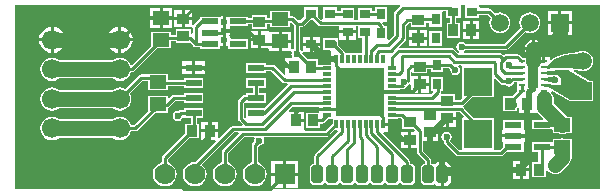
<source format=gtl>
G04 Layer_Physical_Order=1*
G04 Layer_Color=255*
%FSLAX25Y25*%
%MOIN*%
G70*
G01*
G75*
%ADD10R,0.09449X0.09449*%
%ADD11R,0.03150X0.03799*%
%ADD12R,0.03937X0.03543*%
%ADD13R,0.05709X0.02165*%
%ADD14R,0.03543X0.03150*%
%ADD15R,0.03799X0.03150*%
%ADD16R,0.03543X0.03937*%
%ADD17R,0.05512X0.02362*%
%ADD18R,0.05512X0.04528*%
%ADD19R,0.01969X0.00984*%
%ADD20R,0.03543X0.07874*%
%ADD21R,0.16142X0.16142*%
%ADD22R,0.01181X0.02953*%
%ADD23R,0.02953X0.01181*%
%ADD24C,0.01000*%
%ADD25C,0.02000*%
%ADD26C,0.05000*%
%ADD27C,0.01180*%
%ADD28C,0.07000*%
%ADD29R,0.07000X0.07000*%
%ADD30C,0.06693*%
G04:AMPARAMS|DCode=31|XSize=40mil|YSize=60mil|CornerRadius=10mil|HoleSize=0mil|Usage=FLASHONLY|Rotation=180.000|XOffset=0mil|YOffset=0mil|HoleType=Round|Shape=RoundedRectangle|*
%AMROUNDEDRECTD31*
21,1,0.04000,0.04000,0,0,180.0*
21,1,0.02000,0.06000,0,0,180.0*
1,1,0.02000,-0.01000,0.02000*
1,1,0.02000,0.01000,0.02000*
1,1,0.02000,0.01000,-0.02000*
1,1,0.02000,-0.01000,-0.02000*
%
%ADD31ROUNDEDRECTD31*%
%ADD32R,0.05906X0.05906*%
%ADD33C,0.05906*%
%ADD34R,0.05906X0.05906*%
%ADD35C,0.02362*%
%ADD36C,0.03937*%
G36*
X300100Y265100D02*
X300200Y263000D01*
Y262800D01*
X297200Y263700D01*
Y264700D01*
X300000Y265059D01*
X300098Y265158D01*
X300100Y265100D01*
D02*
G37*
G36*
X309100Y267600D02*
X303445Y268012D01*
X299508Y267815D01*
X297400Y267650D01*
X297380Y268640D01*
X300250Y270900D01*
X303450Y272160D01*
X309100Y273000D01*
Y267600D01*
D02*
G37*
G36*
X269176Y268586D02*
Y258137D01*
X269176Y258137D01*
X269176D01*
X269103Y257645D01*
X268541Y257083D01*
X266669D01*
Y259319D01*
X262449D01*
X262137Y259693D01*
X262278Y260151D01*
X262775D01*
Y264950D01*
X258625D01*
Y260151D01*
X259296D01*
X259487Y259689D01*
X258849Y259051D01*
X248402D01*
Y259500D01*
X245925D01*
Y260500D01*
X248402D01*
Y260949D01*
X249468D01*
X249859Y261027D01*
X250189Y261247D01*
X250341Y261474D01*
X250556Y261516D01*
X251112Y261888D01*
X251484Y262444D01*
X251614Y262495D01*
X251632Y262499D01*
X252132Y262103D01*
Y259676D01*
X254600D01*
Y262447D01*
Y265219D01*
X252514D01*
X252132Y265219D01*
X252014Y265670D01*
Y266491D01*
X252132Y266572D01*
X252631Y266308D01*
Y266081D01*
X257569D01*
Y267480D01*
X258625D01*
Y266450D01*
X262775D01*
Y267830D01*
X264628D01*
X265214Y267244D01*
X265186Y267100D01*
X265316Y266444D01*
X265688Y265888D01*
X266244Y265516D01*
X266900Y265386D01*
X267556Y265516D01*
X268112Y265888D01*
X268484Y266444D01*
X268614Y267100D01*
X268484Y267756D01*
X268112Y268312D01*
X267860Y268480D01*
X268012Y268980D01*
X268921D01*
X269176Y268586D01*
D02*
G37*
G36*
X221598Y254594D02*
X224075D01*
Y253594D01*
X221598D01*
Y252869D01*
X217281D01*
Y247932D01*
X221824D01*
Y249380D01*
X222349D01*
X222739Y249458D01*
X223070Y249679D01*
X224426Y251035D01*
X225929D01*
Y250929D01*
X226035D01*
Y249426D01*
X223629Y247020D01*
X216632D01*
X216419Y247431D01*
X216419Y247520D01*
Y249900D01*
X213647D01*
Y250400D01*
X213147D01*
Y253368D01*
X211518D01*
X211310Y253869D01*
X212485Y255043D01*
X221598D01*
Y254594D01*
D02*
G37*
G36*
X304429Y267224D02*
X305400Y266600D01*
X311700Y263000D01*
X309400Y262600D01*
X309100D01*
Y257600D01*
Y257300D01*
X305260Y257280D01*
X297342Y261811D01*
Y262697D01*
X298130D01*
X299400Y262300D01*
X302100D01*
Y264200D01*
X301700Y265000D01*
X301000Y265600D01*
X300300Y265700D01*
X297400Y265690D01*
X297372Y266633D01*
X297146Y266634D01*
X297520Y266900D01*
X302461Y267323D01*
X304429Y267224D01*
D02*
G37*
G36*
X315000Y227500D02*
X120000D01*
Y289000D01*
X248396D01*
X248553Y288590D01*
X248558Y288500D01*
X246779Y286721D01*
X246558Y286390D01*
X246480Y286000D01*
Y278922D01*
X244775Y277217D01*
X244275Y277424D01*
Y281850D01*
X243210D01*
X243142Y282190D01*
X242921Y282521D01*
X242554Y282888D01*
X242745Y283350D01*
X244275D01*
Y288149D01*
X240125D01*
Y286872D01*
X238972D01*
Y287928D01*
X234428D01*
Y283870D01*
X233272D01*
Y287928D01*
X228728D01*
Y287020D01*
X227549D01*
Y288075D01*
X222750D01*
Y284249D01*
X222250Y284042D01*
X221250Y285042D01*
Y288075D01*
X216451D01*
Y284942D01*
X215228Y283720D01*
X214422D01*
X213181Y284961D01*
X212850Y285182D01*
X212460Y285260D01*
X211756D01*
Y287004D01*
X205244D01*
Y284460D01*
X204068D01*
Y285524D01*
X199132D01*
Y284460D01*
X197879D01*
Y285023D01*
X191170D01*
X191170Y285023D01*
Y285023D01*
X190779Y285269D01*
X190651Y285355D01*
X190300Y285424D01*
Y283300D01*
X189300D01*
Y285424D01*
X188949Y285355D01*
X188821Y285269D01*
X188430Y285023D01*
Y285023D01*
X188430Y285023D01*
X181721D01*
Y284229D01*
X181619Y284161D01*
X179668Y282210D01*
X179464Y282239D01*
X179168Y282387D01*
Y283853D01*
X176700D01*
Y281581D01*
X178839D01*
X179206Y281474D01*
X179321Y281144D01*
X179321Y281144D01*
Y279519D01*
X178821Y279236D01*
X178668Y279327D01*
Y280719D01*
X173732D01*
Y278979D01*
X172056D01*
Y279924D01*
X165544D01*
Y275346D01*
X159029Y268831D01*
X158539Y268929D01*
X158360Y269361D01*
X157743Y270165D01*
X156940Y270781D01*
X156004Y271169D01*
X155000Y271301D01*
X153996Y271169D01*
X153060Y270781D01*
X152625Y270447D01*
X134875D01*
X134440Y270781D01*
X133504Y271169D01*
X132500Y271301D01*
X131496Y271169D01*
X130560Y270781D01*
X129757Y270165D01*
X129140Y269361D01*
X128753Y268425D01*
X128620Y267421D01*
X128753Y266417D01*
X129140Y265481D01*
X129757Y264678D01*
X130560Y264061D01*
X131496Y263674D01*
X132500Y263542D01*
X133504Y263674D01*
X134440Y264061D01*
X134875Y264395D01*
X152625D01*
X153060Y264061D01*
X153996Y263674D01*
X155000Y263542D01*
X156004Y263674D01*
X156940Y264061D01*
X157743Y264678D01*
X158360Y265481D01*
X158741Y266402D01*
X159061D01*
X159452Y266479D01*
X159782Y266700D01*
X167478Y274396D01*
X172056D01*
Y276940D01*
X173732D01*
Y276176D01*
X178668D01*
X178668Y276176D01*
Y276176D01*
X179010Y275848D01*
X179619Y275239D01*
X179950Y275018D01*
X180340Y274940D01*
X181721D01*
Y274377D01*
X188430D01*
Y275062D01*
X188871Y275298D01*
X188949Y275245D01*
X189300Y275176D01*
Y277300D01*
X190300D01*
Y275176D01*
X190651Y275245D01*
X190729Y275298D01*
X191170Y275062D01*
Y274377D01*
X197879D01*
Y277542D01*
X191976D01*
X191855Y278151D01*
X191454Y278750D01*
X191855Y279349D01*
X191924Y279700D01*
X189800D01*
Y280700D01*
X191924D01*
X191855Y281051D01*
X191650Y281358D01*
X191917Y281857D01*
X197879D01*
Y282421D01*
X199132D01*
Y280981D01*
X204068D01*
Y282421D01*
X205244D01*
Y281476D01*
X211756D01*
Y282795D01*
X212256Y283002D01*
X212980Y282278D01*
Y274237D01*
X212756Y274068D01*
X212256Y274318D01*
Y276260D01*
X209000D01*
Y273496D01*
X211981D01*
X211981Y273496D01*
X212362Y273040D01*
X212286Y272660D01*
X212416Y272004D01*
X212574Y271768D01*
X212306Y271269D01*
X210276D01*
Y268800D01*
X213047D01*
Y267800D01*
X210276D01*
Y265810D01*
X209776Y265603D01*
X206658Y268721D01*
X206327Y268942D01*
X205937Y269020D01*
X203789D01*
Y269681D01*
X197277D01*
Y266319D01*
X203789D01*
Y266980D01*
X205515D01*
X209279Y263216D01*
X209610Y262995D01*
X210000Y262917D01*
X210768D01*
X210976Y262417D01*
X203239Y254681D01*
X197277D01*
Y251372D01*
X196886Y251056D01*
X196520Y251422D01*
Y256139D01*
X196784Y256346D01*
X197277Y256319D01*
Y256319D01*
X203789D01*
Y259681D01*
X201553D01*
Y261319D01*
X203789D01*
Y264681D01*
X197277D01*
Y261319D01*
X199513D01*
Y259681D01*
X197277D01*
Y259020D01*
X196800D01*
X196410Y258942D01*
X196079Y258721D01*
X194779Y257421D01*
X194558Y257090D01*
X194480Y256700D01*
Y251000D01*
X194558Y250610D01*
X194779Y250279D01*
X195976Y249081D01*
X195785Y248620D01*
X192700D01*
X192310Y248542D01*
X191979Y248321D01*
X188286Y244628D01*
X187824Y244820D01*
Y246400D01*
X185553D01*
Y243932D01*
X186936D01*
X187128Y243470D01*
X180232Y236574D01*
X180000Y236620D01*
X179610Y236542D01*
X179500Y236469D01*
X178956Y236397D01*
X177983Y235994D01*
X177147Y235353D01*
X176506Y234517D01*
X176103Y233544D01*
X175965Y232500D01*
X176103Y231456D01*
X176506Y230483D01*
X177147Y229647D01*
X177983Y229006D01*
X178956Y228603D01*
X180000Y228466D01*
X181044Y228603D01*
X182017Y229006D01*
X182853Y229647D01*
X183494Y230483D01*
X183897Y231456D01*
X184035Y232500D01*
X183897Y233544D01*
X183494Y234517D01*
X182853Y235353D01*
X182612Y235538D01*
X182579Y236037D01*
X193122Y246580D01*
X194585D01*
X194776Y246118D01*
X189279Y240621D01*
X189058Y240290D01*
X188980Y239900D01*
Y236400D01*
X188956Y236397D01*
X187983Y235994D01*
X187147Y235353D01*
X186506Y234517D01*
X186103Y233544D01*
X185966Y232500D01*
X186103Y231456D01*
X186506Y230483D01*
X187147Y229647D01*
X187983Y229006D01*
X188956Y228603D01*
X190000Y228466D01*
X191044Y228603D01*
X192017Y229006D01*
X192853Y229647D01*
X193494Y230483D01*
X193897Y231456D01*
X194035Y232500D01*
X193897Y233544D01*
X193494Y234517D01*
X192853Y235353D01*
X192017Y235994D01*
X191044Y236397D01*
X191020Y236400D01*
Y239478D01*
X196522Y244980D01*
X199732D01*
X200000Y244480D01*
X199916Y244356D01*
X199786Y243700D01*
X199831Y243473D01*
X199279Y242921D01*
X199058Y242590D01*
X198980Y242200D01*
Y237200D01*
Y236400D01*
X198956Y236397D01*
X197983Y235994D01*
X197147Y235353D01*
X196506Y234517D01*
X196103Y233544D01*
X195966Y232500D01*
X196103Y231456D01*
X196506Y230483D01*
X197147Y229647D01*
X197983Y229006D01*
X198956Y228603D01*
X200000Y228466D01*
X201044Y228603D01*
X202017Y229006D01*
X202853Y229647D01*
X203494Y230483D01*
X203897Y231456D01*
X204034Y232500D01*
X203897Y233544D01*
X203494Y234517D01*
X202853Y235353D01*
X202017Y235994D01*
X201044Y236397D01*
X201020Y236400D01*
Y237200D01*
Y241645D01*
X201427Y242000D01*
X201500Y241986D01*
X202156Y242116D01*
X202712Y242488D01*
X203084Y243044D01*
X203214Y243700D01*
X203084Y244356D01*
X203000Y244480D01*
X203268Y244980D01*
X224051D01*
X224441Y245058D01*
X224772Y245279D01*
X226591Y247098D01*
X227449D01*
X227657Y246598D01*
X220179Y239121D01*
X219958Y238790D01*
X219880Y238400D01*
Y235926D01*
X219315Y235813D01*
X218819Y235481D01*
X218487Y234985D01*
X218371Y234400D01*
Y230400D01*
X218487Y229815D01*
X218819Y229319D01*
X219315Y228987D01*
X219900Y228871D01*
X221900D01*
X222485Y228987D01*
X222981Y229319D01*
X223099Y229495D01*
X223701D01*
X223819Y229319D01*
X224315Y228987D01*
X224900Y228871D01*
X226900D01*
X227485Y228987D01*
X227981Y229319D01*
X228099Y229495D01*
X228701D01*
X228819Y229319D01*
X229315Y228987D01*
X229900Y228871D01*
X231900D01*
X232485Y228987D01*
X232981Y229319D01*
X233099Y229495D01*
X233701D01*
X233819Y229319D01*
X234315Y228987D01*
X234900Y228871D01*
X236900D01*
X237485Y228987D01*
X237981Y229319D01*
X238099Y229495D01*
X238701D01*
X238819Y229319D01*
X239315Y228987D01*
X239900Y228871D01*
X241900D01*
X242485Y228987D01*
X242981Y229319D01*
X243099Y229495D01*
X243701D01*
X243819Y229319D01*
X244315Y228987D01*
X244900Y228871D01*
X246900D01*
X247485Y228987D01*
X247981Y229319D01*
X248099Y229495D01*
X248701D01*
X248819Y229319D01*
X249315Y228987D01*
X249900Y228871D01*
X251900D01*
X252485Y228987D01*
X252981Y229319D01*
X253313Y229815D01*
X253429Y230400D01*
Y234400D01*
X253313Y234985D01*
X252981Y235481D01*
X252485Y235813D01*
X251920Y235926D01*
Y236600D01*
X251842Y236990D01*
X251621Y237321D01*
X242805Y246136D01*
X242997Y246598D01*
X244465D01*
Y248575D01*
X242874D01*
Y249575D01*
X244465D01*
Y251035D01*
X247902D01*
Y251106D01*
X248692D01*
X249232Y250567D01*
Y247481D01*
X252930D01*
X253330Y247081D01*
X253139Y246619D01*
X252200D01*
Y243847D01*
Y241076D01*
X254080D01*
Y239900D01*
X254158Y239510D01*
X254379Y239179D01*
X256880Y236678D01*
Y235926D01*
X256315Y235813D01*
X255819Y235481D01*
X255487Y234985D01*
X255371Y234400D01*
Y230400D01*
X255487Y229815D01*
X255819Y229319D01*
X256315Y228987D01*
X256900Y228871D01*
X258900D01*
X259485Y228987D01*
X259699Y229130D01*
X260058Y229058D01*
X260720Y228616D01*
X261500Y228461D01*
X262000D01*
Y232500D01*
Y236539D01*
X261500D01*
X260720Y236384D01*
X260058Y235942D01*
X260018Y235882D01*
X259528Y235785D01*
X259485Y235813D01*
X258920Y235926D01*
Y237100D01*
X258842Y237490D01*
X258621Y237821D01*
X256120Y240322D01*
Y243676D01*
X257800D01*
Y246447D01*
X258300D01*
Y246947D01*
X261268D01*
Y248370D01*
X263700D01*
Y251142D01*
X264200D01*
Y251642D01*
X267168D01*
Y253075D01*
X268383D01*
X269733Y251725D01*
X269542Y251263D01*
X269176D01*
Y241020D01*
X269176Y240814D01*
X268798Y240520D01*
X268798Y240520D01*
X268222D01*
X265189Y243553D01*
X265212Y243788D01*
X265584Y244344D01*
X265714Y245000D01*
X265584Y245656D01*
X265212Y246212D01*
X264656Y246584D01*
X264000Y246714D01*
X263344Y246584D01*
X262788Y246212D01*
X262416Y245656D01*
X262286Y245000D01*
X262416Y244344D01*
X262788Y243788D01*
X262980Y243659D01*
Y243300D01*
X263058Y242910D01*
X263279Y242579D01*
X267079Y238779D01*
X267410Y238558D01*
X267800Y238480D01*
X282200D01*
X282590Y238558D01*
X282921Y238779D01*
X284119Y239977D01*
X289630D01*
Y242717D01*
X289630Y243143D01*
X290099Y243217D01*
X290130D01*
Y244800D01*
X282421D01*
Y243217D01*
X282452D01*
X282921Y243143D01*
X282921Y242717D01*
Y241663D01*
X281778Y240520D01*
X280002D01*
X279624Y240814D01*
X279624Y241020D01*
Y251263D01*
X273079D01*
X269634Y254708D01*
X269609Y255128D01*
X269661Y255327D01*
X269684Y255342D01*
X272479Y258137D01*
X279624D01*
Y264280D01*
X280086Y264472D01*
X281879Y262679D01*
X282210Y262458D01*
X282600Y262380D01*
X283459D01*
X283588Y262188D01*
X284144Y261816D01*
X284800Y261686D01*
X285456Y261816D01*
X286012Y262188D01*
X286384Y262744D01*
X286473Y263196D01*
X287476D01*
Y261255D01*
Y260236D01*
X285826Y258587D01*
X285747Y258469D01*
X282776D01*
Y253532D01*
X287319D01*
Y254291D01*
X287328Y254298D01*
X287612Y254488D01*
X287657Y254556D01*
X287697Y254587D01*
X288181Y254440D01*
Y253031D01*
X290453D01*
Y256000D01*
X291453D01*
Y253031D01*
X293232D01*
X293724Y253031D01*
X293724Y253031D01*
X294190Y253103D01*
X294195Y253103D01*
X294224Y253108D01*
X294460Y252800D01*
X296176Y251085D01*
X295985Y250623D01*
X292370D01*
Y247458D01*
X299079D01*
X299344Y247067D01*
Y246176D01*
X301433D01*
X301817Y246017D01*
X302600Y245914D01*
X303383Y246017D01*
X303767Y246176D01*
X305856D01*
Y251704D01*
X304116D01*
X299626Y256193D01*
Y257800D01*
X299523Y258583D01*
X299220Y259313D01*
X298915Y259712D01*
X299250Y260096D01*
X304991Y256810D01*
X305132Y256792D01*
X305263Y256739D01*
X306883Y256747D01*
X312753D01*
Y263653D01*
X311649D01*
X306198Y266767D01*
X306347Y267258D01*
X307601Y267166D01*
X308399Y266836D01*
X309300Y266718D01*
X310201Y266836D01*
X311041Y267184D01*
X311762Y267738D01*
X312316Y268459D01*
X312664Y269299D01*
X312783Y270200D01*
X312664Y271101D01*
X312316Y271941D01*
X311762Y272662D01*
X311041Y273216D01*
X310201Y273564D01*
X309300Y273682D01*
X308399Y273564D01*
X307943Y273375D01*
X303370Y272695D01*
X303316Y272662D01*
X303252Y272664D01*
X300052Y271404D01*
X299993Y271347D01*
X299915Y271325D01*
X298874Y270505D01*
X298424Y270724D01*
Y271613D01*
X296940D01*
Y270121D01*
X295940D01*
Y271613D01*
X295213D01*
X295044Y272113D01*
X295061Y272127D01*
X295537Y272747D01*
X295836Y273469D01*
X295872Y273744D01*
X290016D01*
X290052Y273469D01*
X290351Y272747D01*
X290827Y272127D01*
X291138Y271888D01*
X291127Y271572D01*
X290914Y271253D01*
X290444Y271113D01*
X290444D01*
X290444Y271113D01*
X290444Y271113D01*
X289410D01*
X288202Y272321D01*
X287871Y272542D01*
X287481Y272620D01*
X283800D01*
X283410Y272542D01*
X283079Y272321D01*
X282950Y272192D01*
X282521Y272621D01*
X282190Y272842D01*
X281800Y272920D01*
X269721D01*
X269656Y273416D01*
X270212Y273788D01*
X270341Y273980D01*
X283700D01*
X284090Y274058D01*
X284421Y274279D01*
X290077Y279935D01*
X290799Y279636D01*
X291700Y279518D01*
X292601Y279636D01*
X293441Y279984D01*
X294163Y280538D01*
X294716Y281259D01*
X295064Y282099D01*
X295182Y283000D01*
X295064Y283901D01*
X294716Y284741D01*
X294163Y285462D01*
X293441Y286016D01*
X292601Y286364D01*
X291700Y286483D01*
X290799Y286364D01*
X289959Y286016D01*
X289237Y285462D01*
X288684Y284741D01*
X288336Y283901D01*
X288217Y283000D01*
X288336Y282099D01*
X288635Y281377D01*
X283278Y276020D01*
X270341D01*
X270212Y276212D01*
X269656Y276584D01*
X269000Y276714D01*
X268344Y276584D01*
X267788Y276212D01*
X267416Y275656D01*
X267286Y275000D01*
X267416Y274344D01*
X267788Y273788D01*
X268226Y273495D01*
X268146Y272985D01*
X267793Y272949D01*
X266521Y274221D01*
X266190Y274442D01*
X265800Y274520D01*
X248469D01*
X248261Y275020D01*
X250271Y277029D01*
X250492Y277360D01*
X250570Y277750D01*
Y281928D01*
X251375Y282733D01*
X252031D01*
Y281481D01*
X256968D01*
Y283030D01*
X258225D01*
Y281650D01*
X262375D01*
Y286449D01*
X262738Y286780D01*
X263851D01*
Y284625D01*
X265231D01*
Y282968D01*
X263976D01*
Y278031D01*
X268519D01*
Y282968D01*
X267270D01*
Y284625D01*
X268650D01*
Y288500D01*
X268650Y288775D01*
X269057Y289000D01*
D01*
X269743D01*
X270150Y288775D01*
X270150Y288500D01*
Y284625D01*
X274949D01*
Y285680D01*
X277578D01*
X278635Y284623D01*
X278336Y283901D01*
X278218Y283000D01*
X278336Y282099D01*
X278684Y281259D01*
X279238Y280538D01*
X279959Y279984D01*
X280799Y279636D01*
X281700Y279518D01*
X282601Y279636D01*
X283441Y279984D01*
X284162Y280538D01*
X284716Y281259D01*
X285064Y282099D01*
X285182Y283000D01*
X285064Y283901D01*
X284716Y284741D01*
X284162Y285462D01*
X283441Y286016D01*
X282601Y286364D01*
X281700Y286483D01*
X280799Y286364D01*
X280077Y286065D01*
X278721Y287421D01*
X278390Y287642D01*
X278000Y287720D01*
X275303D01*
X274949Y288073D01*
Y288500D01*
X274949Y288775D01*
X275356Y289000D01*
D01*
X315000D01*
Y227500D01*
D02*
G37*
G36*
X221279Y282129D02*
X221610Y281908D01*
X222000Y281830D01*
X228228D01*
Y280447D01*
X231000D01*
X233772D01*
Y281830D01*
X234428D01*
Y277872D01*
X235949D01*
Y272902D01*
X230114D01*
Y272905D01*
X230036Y273296D01*
X229816Y273626D01*
X227769Y275673D01*
Y276500D01*
X227692Y276890D01*
X227649Y276954D01*
Y277875D01*
X222850D01*
Y273725D01*
X225169D01*
X225535Y273402D01*
Y271425D01*
X227126D01*
Y270425D01*
X225535D01*
Y268965D01*
X222098D01*
Y268894D01*
X221224D01*
Y270768D01*
X217926D01*
X215912Y272783D01*
X215989Y272911D01*
X216024Y272971D01*
X216035Y272988D01*
X216154Y273187D01*
X216177Y273225D01*
X216240Y273225D01*
X216490Y273225D01*
X218450D01*
Y275300D01*
X216051D01*
Y273708D01*
X215965Y273644D01*
X215286Y273761D01*
X215212Y273872D01*
X215020Y274000D01*
Y281680D01*
X215650D01*
X216041Y281758D01*
X216371Y281979D01*
X218318Y283925D01*
X219483D01*
X221279Y282129D01*
D02*
G37*
%LPC*%
G36*
X170956Y266004D02*
X164444D01*
Y265720D01*
X162121D01*
X161731Y265642D01*
X161400Y265421D01*
X156924Y260945D01*
X156004Y261326D01*
X155000Y261458D01*
X153996Y261326D01*
X153060Y260939D01*
X152625Y260605D01*
X134875D01*
X134440Y260939D01*
X133504Y261326D01*
X132500Y261458D01*
X131496Y261326D01*
X130560Y260939D01*
X129757Y260322D01*
X129140Y259519D01*
X128753Y258583D01*
X128620Y257579D01*
X128753Y256575D01*
X129140Y255639D01*
X129757Y254835D01*
X130560Y254219D01*
X131496Y253831D01*
X132500Y253699D01*
X133504Y253831D01*
X134440Y254219D01*
X134875Y254553D01*
X152625D01*
X153060Y254219D01*
X153996Y253831D01*
X155000Y253699D01*
X156004Y253831D01*
X156940Y254219D01*
X157743Y254835D01*
X158360Y255639D01*
X158747Y256575D01*
X158880Y257579D01*
X158747Y258583D01*
X158366Y259503D01*
X162544Y263680D01*
X164444D01*
Y260476D01*
X170956D01*
Y261921D01*
X176411D01*
Y261319D01*
X182923D01*
Y264681D01*
X176411D01*
Y264020D01*
X174300D01*
X173999Y263960D01*
X170956D01*
Y266004D01*
D02*
G37*
G36*
X216419Y253368D02*
X214147D01*
Y250900D01*
X216419D01*
Y253368D01*
D02*
G37*
G36*
X267168Y250642D02*
X264700D01*
Y248370D01*
X267168D01*
Y250642D01*
D02*
G37*
G36*
X182923Y254681D02*
X176411D01*
Y254020D01*
X175500D01*
X175110Y253942D01*
X174779Y253721D01*
X174627Y253569D01*
X174400Y253614D01*
X173744Y253484D01*
X173188Y253112D01*
X172816Y252556D01*
X172686Y251900D01*
X172816Y251244D01*
X173188Y250688D01*
X173744Y250316D01*
X174400Y250186D01*
X175056Y250316D01*
X175612Y250688D01*
X175941Y251180D01*
X176411Y251319D01*
X176411D01*
X176411Y251319D01*
X176411Y251319D01*
X178647D01*
Y249369D01*
X176876D01*
Y246070D01*
X169279Y238474D01*
X169058Y238143D01*
X168980Y237753D01*
Y236400D01*
X168956Y236397D01*
X167983Y235994D01*
X167147Y235353D01*
X166506Y234517D01*
X166103Y233544D01*
X165965Y232500D01*
X166103Y231456D01*
X166506Y230483D01*
X167147Y229647D01*
X167983Y229006D01*
X168956Y228603D01*
X170000Y228466D01*
X171044Y228603D01*
X172017Y229006D01*
X172853Y229647D01*
X173494Y230483D01*
X173897Y231456D01*
X174035Y232500D01*
X173897Y233544D01*
X173494Y234517D01*
X172853Y235353D01*
X172017Y235994D01*
X171044Y236397D01*
X171020Y236400D01*
Y237330D01*
X178121Y244431D01*
X181419D01*
Y249369D01*
X180686D01*
Y251319D01*
X182923D01*
Y254681D01*
D02*
G37*
G36*
X258068Y261947D02*
X255600D01*
Y259676D01*
X258068D01*
Y261947D01*
D02*
G37*
G36*
X182923Y259681D02*
X176411D01*
Y259020D01*
X173200D01*
X172810Y258942D01*
X172479Y258721D01*
X171418Y257660D01*
X170956Y257851D01*
Y258524D01*
X164444D01*
Y253386D01*
X159814Y248756D01*
X158741D01*
X158360Y249676D01*
X157743Y250480D01*
X156940Y251096D01*
X156004Y251484D01*
X155000Y251616D01*
X153996Y251484D01*
X153060Y251096D01*
X152625Y250762D01*
X134875D01*
X134440Y251096D01*
X133504Y251484D01*
X132500Y251616D01*
X131496Y251484D01*
X130560Y251096D01*
X129757Y250480D01*
X129140Y249676D01*
X128753Y248740D01*
X128620Y247736D01*
X128753Y246732D01*
X129140Y245796D01*
X129757Y244993D01*
X130560Y244376D01*
X131496Y243989D01*
X132500Y243857D01*
X133504Y243989D01*
X134440Y244376D01*
X134875Y244710D01*
X152625D01*
X153060Y244376D01*
X153996Y243989D01*
X155000Y243857D01*
X156004Y243989D01*
X156940Y244376D01*
X157743Y244993D01*
X158360Y245796D01*
X158741Y246717D01*
X160236D01*
X160626Y246794D01*
X160957Y247015D01*
X166938Y252996D01*
X170956D01*
Y254499D01*
X171050Y254518D01*
X171381Y254739D01*
X173622Y256980D01*
X176411D01*
Y256319D01*
X182923D01*
Y259681D01*
D02*
G37*
G36*
X183423Y270181D02*
X180167D01*
Y268500D01*
X183423D01*
Y270181D01*
D02*
G37*
G36*
X132000Y276764D02*
X128182D01*
X128265Y276129D01*
X128703Y275072D01*
X129400Y274164D01*
X130308Y273467D01*
X131365Y273029D01*
X132000Y272946D01*
Y276764D01*
D02*
G37*
G36*
X136818D02*
X133000D01*
Y272946D01*
X133635Y273029D01*
X134692Y273467D01*
X135600Y274164D01*
X136297Y275072D01*
X136735Y276129D01*
X136818Y276764D01*
D02*
G37*
G36*
X179167Y270181D02*
X175911D01*
Y268500D01*
X179167D01*
Y270181D01*
D02*
G37*
G36*
X255600Y265219D02*
Y262947D01*
X258068D01*
Y265219D01*
X255600D01*
D02*
G37*
G36*
X179167Y267500D02*
X175911D01*
Y265819D01*
X179167D01*
Y267500D01*
D02*
G37*
G36*
X183423D02*
X180167D01*
Y265819D01*
X183423D01*
Y267500D01*
D02*
G37*
G36*
X209500Y237000D02*
X205500D01*
Y233000D01*
X209500D01*
Y237000D01*
D02*
G37*
G36*
X302600Y244486D02*
X301817Y244383D01*
X301433Y244224D01*
X299344D01*
Y243533D01*
X299079Y243143D01*
X292370D01*
Y239977D01*
X294605D01*
Y236469D01*
X292481D01*
Y231532D01*
X297024D01*
Y234021D01*
X297524Y234120D01*
X297580Y233987D01*
X298060Y233360D01*
X298687Y232879D01*
X299417Y232577D01*
X300200Y232474D01*
X300983Y232577D01*
X301713Y232879D01*
X302340Y233360D01*
X304740Y235760D01*
X305221Y236387D01*
X305523Y237117D01*
X305626Y237900D01*
Y238696D01*
X305856D01*
Y244224D01*
X303767D01*
X303383Y244383D01*
X302600Y244486D01*
D02*
G37*
G36*
X214500Y237000D02*
X210500D01*
Y233000D01*
X214500D01*
Y237000D01*
D02*
G37*
G36*
X263500Y236539D02*
X263000D01*
Y233000D01*
X265539D01*
Y234500D01*
X265384Y235280D01*
X264942Y235942D01*
X264280Y236384D01*
X263500Y236539D01*
D02*
G37*
G36*
X291619Y233500D02*
X289347D01*
Y231031D01*
X291619D01*
Y233500D01*
D02*
G37*
G36*
X214500Y232000D02*
X210500D01*
Y228000D01*
X214500D01*
Y232000D01*
D02*
G37*
G36*
X209500D02*
X205500D01*
Y228000D01*
X209500D01*
Y232000D01*
D02*
G37*
G36*
X288347Y233500D02*
X286076D01*
Y231031D01*
X288347D01*
Y233500D01*
D02*
G37*
G36*
X265539Y232000D02*
X263000D01*
Y228461D01*
X263500D01*
X264280Y228616D01*
X264942Y229058D01*
X265384Y229720D01*
X265539Y230500D01*
Y232000D01*
D02*
G37*
G36*
X289630Y250623D02*
X282921D01*
Y247883D01*
X282921Y247458D01*
X282452Y247383D01*
X282452D01*
X282421D01*
Y245800D01*
X290130D01*
Y247383D01*
X290099D01*
X289630Y247458D01*
X289630Y247883D01*
Y250623D01*
D02*
G37*
G36*
X251200Y246619D02*
X248731D01*
Y244347D01*
X251200D01*
Y246619D01*
D02*
G37*
G36*
X187824Y249868D02*
X185553D01*
Y247400D01*
X187824D01*
Y249868D01*
D02*
G37*
G36*
X184553D02*
X182281D01*
Y247400D01*
X184553D01*
Y249868D01*
D02*
G37*
G36*
Y246400D02*
X182281D01*
Y243932D01*
X184553D01*
Y246400D01*
D02*
G37*
G36*
X291619Y236968D02*
X289347D01*
Y234500D01*
X291619D01*
Y236968D01*
D02*
G37*
G36*
X288347D02*
X286076D01*
Y234500D01*
X288347D01*
Y236968D01*
D02*
G37*
G36*
X261268Y245947D02*
X258800D01*
Y243676D01*
X261268D01*
Y245947D01*
D02*
G37*
G36*
X251200Y243347D02*
X248731D01*
Y241076D01*
X251200D01*
Y243347D01*
D02*
G37*
G36*
X305653Y282500D02*
X302200D01*
Y279047D01*
X305653D01*
Y282500D01*
D02*
G37*
G36*
X301200D02*
X297747D01*
Y279047D01*
X301200D01*
Y282500D01*
D02*
G37*
G36*
X274924Y283469D02*
X272653D01*
Y281000D01*
X274924D01*
Y283469D01*
D02*
G37*
G36*
X271653D02*
X269381D01*
Y281000D01*
X271653D01*
Y283469D01*
D02*
G37*
G36*
X257469Y280619D02*
X255000D01*
Y278347D01*
X257469D01*
Y280619D01*
D02*
G37*
G36*
X155500Y281582D02*
Y277764D01*
X159318D01*
X159235Y278398D01*
X158797Y279456D01*
X158100Y280364D01*
X157192Y281060D01*
X156135Y281498D01*
X155500Y281582D01*
D02*
G37*
G36*
X154500D02*
X153865Y281498D01*
X152808Y281060D01*
X151900Y280364D01*
X151203Y279456D01*
X150765Y278398D01*
X150682Y277764D01*
X154500D01*
Y281582D01*
D02*
G37*
G36*
X254000Y280619D02*
X251532D01*
Y278347D01*
X254000D01*
Y280619D01*
D02*
G37*
G36*
X201100Y280119D02*
X198632D01*
Y277847D01*
X201100D01*
Y280119D01*
D02*
G37*
G36*
X179168Y287124D02*
X176700D01*
Y284853D01*
X179168D01*
Y287124D01*
D02*
G37*
G36*
X175700D02*
X173231D01*
Y284853D01*
X175700D01*
Y287124D01*
D02*
G37*
G36*
X172556Y287904D02*
X169300D01*
Y285140D01*
X172556D01*
Y287904D01*
D02*
G37*
G36*
X168300D02*
X165044D01*
Y285140D01*
X168300D01*
Y287904D01*
D02*
G37*
G36*
X305653Y286953D02*
X302200D01*
Y283500D01*
X305653D01*
Y286953D01*
D02*
G37*
G36*
X172556Y284140D02*
X169300D01*
Y281376D01*
X172556D01*
Y284140D01*
D02*
G37*
G36*
X168300D02*
X165044D01*
Y281376D01*
X168300D01*
Y284140D01*
D02*
G37*
G36*
X301200Y286953D02*
X297747D01*
Y283500D01*
X301200D01*
Y286953D01*
D02*
G37*
G36*
X175700Y283853D02*
X173231D01*
Y281581D01*
X175700D01*
Y283853D01*
D02*
G37*
G36*
X133000Y281582D02*
Y277764D01*
X136818D01*
X136735Y278398D01*
X136297Y279456D01*
X135600Y280364D01*
X134692Y281060D01*
X133635Y281498D01*
X133000Y281582D01*
D02*
G37*
G36*
X293444Y277172D02*
Y274744D01*
X295872D01*
X295836Y275019D01*
X295537Y275741D01*
X295061Y276361D01*
X294441Y276837D01*
X293719Y277136D01*
X293444Y277172D01*
D02*
G37*
G36*
X292444D02*
X292169Y277136D01*
X291447Y276837D01*
X290827Y276361D01*
X290351Y275741D01*
X290052Y275019D01*
X290016Y274744D01*
X292444D01*
Y277172D01*
D02*
G37*
G36*
X257469Y277347D02*
X255000D01*
Y275076D01*
X257469D01*
Y277347D01*
D02*
G37*
G36*
X254000D02*
X251532D01*
Y275076D01*
X254000D01*
Y277347D01*
D02*
G37*
G36*
X201100Y276847D02*
X198632D01*
Y274576D01*
X201100D01*
Y276847D01*
D02*
G37*
G36*
X159318Y276764D02*
X155500D01*
Y272946D01*
X156135Y273029D01*
X157192Y273467D01*
X158100Y274164D01*
X158797Y275072D01*
X159235Y276129D01*
X159318Y276764D01*
D02*
G37*
G36*
X154500D02*
X150682D01*
X150765Y276129D01*
X151203Y275072D01*
X151900Y274164D01*
X152808Y273467D01*
X153865Y273029D01*
X154500Y272946D01*
Y276764D01*
D02*
G37*
G36*
X204569Y280119D02*
X204543D01*
X204284Y280119D01*
X202100D01*
Y277347D01*
Y274576D01*
X204244D01*
X204569Y274576D01*
X204744Y274148D01*
X204744Y274148D01*
Y273496D01*
X208000D01*
Y276760D01*
Y280024D01*
X205068D01*
X205029D01*
X204569Y280119D01*
D02*
G37*
G36*
X221850Y275300D02*
X219450D01*
Y273225D01*
X221850D01*
Y275300D01*
D02*
G37*
G36*
X271653Y280000D02*
X269381D01*
Y277532D01*
X271653D01*
Y280000D01*
D02*
G37*
G36*
X233772Y279447D02*
X231500D01*
Y277372D01*
X233772D01*
Y279447D01*
D02*
G37*
G36*
X132000Y281582D02*
X131365Y281498D01*
X130308Y281060D01*
X129400Y280364D01*
X128703Y279456D01*
X128265Y278398D01*
X128182Y277764D01*
X132000D01*
Y281582D01*
D02*
G37*
G36*
X274924Y280000D02*
X272653D01*
Y277532D01*
X274924D01*
Y280000D01*
D02*
G37*
G36*
X230500Y279447D02*
X228228D01*
Y277372D01*
X230500D01*
Y279447D01*
D02*
G37*
G36*
X218450Y278375D02*
X216051D01*
Y276300D01*
X218450D01*
Y278375D01*
D02*
G37*
G36*
X262375Y280150D02*
X258225D01*
Y275351D01*
X262375D01*
Y280150D01*
D02*
G37*
G36*
X209000Y280024D02*
Y277260D01*
X212256D01*
Y280024D01*
X209000D01*
D02*
G37*
G36*
X221850Y278375D02*
X219450D01*
Y276300D01*
X221850D01*
Y278375D01*
D02*
G37*
%LPD*%
D10*
X274400Y246039D02*
D03*
Y263361D02*
D03*
D11*
X260300Y284050D02*
D03*
Y277750D02*
D03*
X242200Y279450D02*
D03*
Y285750D02*
D03*
X260700Y262550D02*
D03*
Y268850D02*
D03*
D12*
X254500Y277847D02*
D03*
Y283753D02*
D03*
X255100Y268353D02*
D03*
Y262447D02*
D03*
X251700Y249753D02*
D03*
Y243847D02*
D03*
X264200Y257047D02*
D03*
Y251142D02*
D03*
X258300Y252353D02*
D03*
Y246447D02*
D03*
X176200Y284353D02*
D03*
Y278447D02*
D03*
X201600Y277347D02*
D03*
Y283253D02*
D03*
D13*
X286276Y249040D02*
D03*
Y245300D02*
D03*
Y241560D02*
D03*
X295724Y249040D02*
D03*
Y241560D02*
D03*
X185076Y283440D02*
D03*
Y279700D02*
D03*
Y275960D02*
D03*
X194524Y283440D02*
D03*
Y275960D02*
D03*
D14*
X236700Y285853D02*
D03*
Y279947D02*
D03*
X231000Y285853D02*
D03*
Y279947D02*
D03*
D15*
X272550Y286700D02*
D03*
X266250D02*
D03*
X218850Y286000D02*
D03*
X225150D02*
D03*
X225250Y275800D02*
D03*
X218950D02*
D03*
D16*
X272153Y280500D02*
D03*
X266247D02*
D03*
X179147Y246900D02*
D03*
X185053D02*
D03*
X218953Y268300D02*
D03*
X213047D02*
D03*
X294753Y234000D02*
D03*
X288847D02*
D03*
X285047Y256000D02*
D03*
X290953D02*
D03*
X219553Y250400D02*
D03*
X213647D02*
D03*
D17*
X200533Y253000D02*
D03*
Y258000D02*
D03*
Y263000D02*
D03*
Y268000D02*
D03*
X179667Y268000D02*
D03*
Y263000D02*
D03*
Y258000D02*
D03*
Y253000D02*
D03*
D18*
X167700Y263240D02*
D03*
Y255760D02*
D03*
X302600Y248940D02*
D03*
Y241460D02*
D03*
X168800Y284640D02*
D03*
Y277160D02*
D03*
X208500Y276760D02*
D03*
Y284240D02*
D03*
D19*
X296440Y260279D02*
D03*
Y262247D02*
D03*
Y264216D02*
D03*
Y266184D02*
D03*
Y268153D02*
D03*
Y270121D02*
D03*
X288960D02*
D03*
Y268153D02*
D03*
Y266184D02*
D03*
Y264216D02*
D03*
Y262247D02*
D03*
Y260279D02*
D03*
D20*
X292700Y265200D02*
D03*
D21*
X235000Y260000D02*
D03*
D22*
X242874Y249075D02*
D03*
X240905D02*
D03*
X238937D02*
D03*
X236968D02*
D03*
X235000D02*
D03*
X233032D02*
D03*
X231063D02*
D03*
X229095D02*
D03*
X227126D02*
D03*
Y270925D02*
D03*
X229095D02*
D03*
X231063D02*
D03*
X233032D02*
D03*
X235000D02*
D03*
X236968D02*
D03*
X238937D02*
D03*
X240905D02*
D03*
X242874D02*
D03*
D23*
X224075Y252126D02*
D03*
Y254095D02*
D03*
Y256063D02*
D03*
Y258032D02*
D03*
Y260000D02*
D03*
Y261968D02*
D03*
Y263937D02*
D03*
Y265905D02*
D03*
Y267874D02*
D03*
X245925D02*
D03*
Y265905D02*
D03*
Y263937D02*
D03*
Y261968D02*
D03*
Y260000D02*
D03*
Y258032D02*
D03*
Y256063D02*
D03*
Y254095D02*
D03*
Y252126D02*
D03*
D24*
X301100Y270200D02*
X309300D01*
X299984Y264216D02*
X300200Y264000D01*
X296440Y262247D02*
X297953D01*
X302500Y249040D02*
X303400D01*
X295724D02*
X302500D01*
X283700Y275000D02*
X291700Y283000D01*
X269000Y275000D02*
X283700D01*
X281800Y271900D02*
X282750Y270950D01*
X267400Y271900D02*
X281800D01*
X265800Y273500D02*
X267400Y271900D01*
X279700Y270000D02*
X280124Y269576D01*
X266600Y270000D02*
X279700D01*
X264000Y243300D02*
X267800Y239500D01*
X264000Y243300D02*
Y245000D01*
X227126Y268574D02*
Y270925D01*
X202040Y275960D02*
X208500D01*
X205100Y227600D02*
X210000Y232500D01*
X176400Y227600D02*
X205100D01*
X175000Y229000D02*
X176400Y227600D01*
X175000Y229000D02*
Y235900D01*
X185053Y245953D01*
Y246900D01*
X180000Y232500D02*
Y234900D01*
X257900Y232400D02*
Y237100D01*
X255100Y239900D02*
X257900Y237100D01*
X230900Y232400D02*
Y240900D01*
X233032Y243032D01*
X225900Y232400D02*
Y238400D01*
X231063Y243563D01*
X220900Y232400D02*
Y238400D01*
X229095Y246595D01*
X235900Y232400D02*
Y244100D01*
X235000Y245000D02*
X235900Y244100D01*
X240900Y232400D02*
Y241600D01*
X236968Y245532D02*
X240900Y241600D01*
X245900Y232400D02*
Y239100D01*
X238937Y246063D02*
X245900Y239100D01*
X250900Y232400D02*
Y236600D01*
X240905Y246595D02*
X250900Y236600D01*
X200000Y234850D02*
Y242200D01*
X190000Y232500D02*
Y239900D01*
X170000Y232500D02*
Y237753D01*
X155000Y277264D02*
X162436Y284700D01*
X155000Y267421D02*
X159061D01*
X155000Y257579D02*
X162121Y264700D01*
X155000Y247736D02*
X160236D01*
X167200Y254700D01*
X167900D01*
X162436Y284700D02*
X176360D01*
X249913Y243847D02*
X252100D01*
X258300Y246447D02*
X259506D01*
X286547Y255500D02*
Y257866D01*
X286347Y255700D02*
X286400D01*
X259260Y268500D02*
X261000Y270240D01*
Y268850D02*
Y270240D01*
Y268850D02*
X265050D01*
X260700D02*
X261000D01*
X266800Y267100D02*
X266900D01*
X265050Y268850D02*
X266800Y267100D01*
X242200Y279450D02*
Y281800D01*
X241150Y282850D02*
X242200Y281800D01*
X222000Y282850D02*
X241150D01*
X218850Y286000D02*
X222000Y282850D01*
X252100Y249753D02*
X255100Y246753D01*
Y239900D02*
Y246753D01*
X249114Y252126D02*
X252500Y248740D01*
X175500Y253000D02*
X179667D01*
X174400Y251900D02*
X175500Y253000D01*
X303316Y266184D02*
X309300Y260200D01*
X250953Y283753D02*
X254500D01*
X249550Y282350D02*
X250953Y283753D01*
X249550Y277750D02*
Y282350D01*
X254797Y284050D02*
X260300D01*
X260250Y277700D02*
X260300Y277750D01*
X249300Y287800D02*
X265150D01*
X292700Y269300D02*
X293521Y270121D01*
X176360Y284700D02*
X177100D01*
X295724Y241560D02*
X303400D01*
X295624D02*
X295724D01*
X295624Y234084D02*
Y241560D01*
X168800Y277160D02*
X169600Y277960D01*
X159061Y267421D02*
X168800Y277160D01*
X200000Y242200D02*
X201500Y243700D01*
X196100Y246000D02*
X224051D01*
X190000Y239900D02*
X196100Y246000D01*
X200000Y232500D02*
Y237200D01*
X224051Y246000D02*
X227126Y249075D01*
X203600Y247600D02*
X212063Y256063D01*
X192700Y247600D02*
X203600D01*
X180000Y234900D02*
X192700Y247600D01*
X219553Y250400D02*
X222349D01*
X213647D02*
Y252947D01*
X214794Y254095D01*
X212063Y256063D02*
X224075D01*
X213200Y260000D02*
X224075D01*
X202500Y249300D02*
X213200Y260000D01*
X197200Y249300D02*
X202500D01*
X211968Y261968D02*
X224075D01*
X203000Y253000D02*
X211968Y261968D01*
X200533Y253000D02*
X203000D01*
X296440Y264216D02*
X299984D01*
X267800Y239500D02*
X282200D01*
X284260Y241560D01*
X286276D01*
X265150Y287800D02*
X266250Y286700D01*
X247500Y286000D02*
X249300Y287800D01*
X247500Y278500D02*
Y286000D01*
X244600Y275600D02*
X247500Y278500D01*
X240700Y275600D02*
X244600D01*
X239037Y273937D02*
X240700Y275600D01*
X241400Y273500D02*
X245300D01*
X240905Y273006D02*
X241400Y273500D01*
X245300D02*
X249550Y277750D01*
X238937Y273937D02*
X239037D01*
X240905Y270925D02*
Y273006D01*
X238937Y270925D02*
Y273937D01*
X282100Y269900D02*
X283800Y271600D01*
X264700Y271900D02*
X266600Y270000D01*
X248000Y273500D02*
X265800D01*
X245925Y271425D02*
X248000Y273500D01*
X282600Y263400D02*
X284800D01*
X280124Y265876D02*
X282600Y263400D01*
X280124Y265876D02*
Y269576D01*
X282100Y267400D02*
Y269900D01*
Y267400D02*
X283316Y266184D01*
X288960D01*
X249100Y271900D02*
X264700D01*
X268963Y256063D02*
X273800Y260900D01*
X286547Y257866D02*
X288960Y260279D01*
X293521Y270121D02*
X296440D01*
X292700Y265200D02*
Y269300D01*
X287481Y271600D02*
X288960Y270121D01*
X283800Y271600D02*
X287481D01*
X284800Y263400D02*
X285200D01*
X286016Y264216D01*
X284800Y268400D02*
Y269000D01*
Y268400D02*
X285047Y268153D01*
X252260Y268500D02*
X259260D01*
X250994Y267234D02*
X252260Y268500D01*
X245925Y267874D02*
Y271425D01*
X249100Y266800D02*
Y271900D01*
X248205Y265905D02*
X249100Y266800D01*
X250994Y263494D02*
Y267234D01*
X245925Y265905D02*
X248205D01*
X236700Y285853D02*
X242503D01*
X225150Y286000D02*
X230853D01*
X266250Y280503D02*
Y286700D01*
X272550D02*
X278000D01*
X281700Y283000D01*
X241400Y253000D02*
X242874Y251526D01*
X227126Y268574D02*
X228300Y267400D01*
X215650Y282700D02*
X218650Y285700D01*
X214000Y282700D02*
X215650D01*
X236968Y270925D02*
Y279947D01*
X229095Y270925D02*
Y272905D01*
X226750Y275250D02*
X229095Y272905D01*
X226750Y275250D02*
Y276500D01*
X245925Y256063D02*
X268963D01*
X268806Y254095D02*
X272900Y250000D01*
X245925Y254095D02*
X268806D01*
X261000Y259760D02*
Y262000D01*
X259272Y258032D02*
X261000Y259760D01*
X170000Y237753D02*
X179147Y246900D01*
X240905Y246595D02*
Y249075D01*
X238937Y246063D02*
Y249075D01*
X236968Y245532D02*
Y249075D01*
X235000Y245000D02*
Y249075D01*
X233032Y243032D02*
Y249075D01*
X231063Y243563D02*
Y249075D01*
X229095Y246595D02*
Y249075D01*
X190000Y232500D02*
Y234900D01*
X180000Y232500D02*
Y235600D01*
X195500Y251000D02*
X197200Y249300D01*
X208500Y275960D02*
Y276760D01*
Y271400D02*
Y275960D01*
Y271400D02*
X211600Y268300D01*
X213047D01*
X196824Y283440D02*
X208600D01*
X208500Y284240D02*
X212460D01*
X214000Y282700D01*
Y272660D02*
Y282700D01*
X210000Y263937D02*
X224075D01*
X205937Y268000D02*
X210000Y263937D01*
X200533Y268000D02*
X205937D01*
X218953Y268300D02*
X219379Y267874D01*
X214593Y272660D02*
X218953Y268300D01*
X219379Y267874D02*
X224075D01*
X214000Y272660D02*
X214593D01*
X195500Y251000D02*
Y256700D01*
X185053Y265947D02*
X189900Y270795D01*
Y280500D01*
X185053Y246900D02*
Y265947D01*
X183000Y268000D02*
X185053Y265947D01*
X179667Y268000D02*
X183000D01*
X197500Y280500D02*
X202040Y275960D01*
X173200Y258000D02*
X179667D01*
X170660Y255460D02*
X173200Y258000D01*
X180340Y281440D02*
X182340Y283440D01*
X180340Y275960D02*
Y281440D01*
X242874Y249075D02*
Y251526D01*
X224075Y254095D02*
X229095D01*
X178340Y277960D02*
X180340Y275960D01*
X169600Y277960D02*
X178340D01*
X288960Y260279D02*
Y262247D01*
X245925Y258032D02*
X259272D01*
X196800Y258000D02*
X200533D01*
X195500Y256700D02*
X196800Y258000D01*
X200533D02*
Y263000D01*
X179667Y247300D02*
Y253000D01*
X167700Y255460D02*
X170660D01*
X167700Y262940D02*
X178960D01*
X174300Y263000D02*
X179667D01*
X162121Y264700D02*
X167500D01*
X189900Y280500D02*
X197500D01*
X176360Y284700D02*
X178860Y287200D01*
X188100D01*
X189900Y285400D01*
Y280500D02*
Y285400D01*
X189100Y279700D02*
X189900Y280500D01*
X185076Y279700D02*
X189100D01*
X182340Y283440D02*
X185076D01*
X180340Y275960D02*
X185076D01*
X289800Y245300D02*
X291000Y244100D01*
X286176Y245300D02*
X289800D01*
X286016Y264216D02*
X288960D01*
X285047Y268153D02*
X288960D01*
X244685Y249075D02*
X249913Y243847D01*
X242874Y249075D02*
X244685D01*
X245925Y252126D02*
X249114D01*
X214794Y254095D02*
X224075D01*
X222349Y250400D02*
X224075Y252126D01*
X245925Y261968D02*
X249468D01*
X272900Y242008D02*
Y250000D01*
D25*
X290953Y251153D02*
Y256000D01*
X292700Y264000D02*
Y265200D01*
Y261000D02*
Y264000D01*
X291444Y256000D02*
Y259744D01*
X290953Y256000D02*
X291444D01*
Y259744D02*
X292700Y261000D01*
X218925Y275775D02*
X223775Y270925D01*
X226700D01*
X288060Y234000D02*
X291000Y236940D01*
X288060Y234000D02*
X288847D01*
X264000D02*
X288060D01*
X262500Y232500D02*
X264000Y234000D01*
X258300Y241800D02*
X262500Y237600D01*
X290953Y251153D02*
X291000Y251200D01*
X259506Y246447D02*
X264200Y251142D01*
X262500Y232500D02*
Y237600D01*
X258300Y241800D02*
Y246447D01*
X291000Y244100D02*
Y251200D01*
Y236940D02*
Y244100D01*
D26*
X302500Y249040D02*
X302600Y248940D01*
X296600Y254940D02*
X302500Y249040D01*
X296600Y254940D02*
Y257800D01*
X132500Y247736D02*
X155000D01*
X132500Y257579D02*
X155000D01*
X132500Y267421D02*
X155000D01*
X132500Y277264D02*
X155000D01*
X301700Y278700D02*
Y283000D01*
X297244Y274244D02*
X301700Y278700D01*
X292944Y274244D02*
X297244D01*
X292944Y270376D02*
Y274244D01*
X302600Y237900D02*
Y241460D01*
X300200Y235500D02*
X302600Y237900D01*
D27*
X252653Y260000D02*
X255100Y262447D01*
X245925Y260000D02*
X252653D01*
X235000D02*
X245925D01*
D28*
X170000Y232500D02*
D03*
X190000D02*
D03*
X200000D02*
D03*
X180000D02*
D03*
D29*
X210000D02*
D03*
D30*
X155000Y247736D02*
D03*
Y257579D02*
D03*
Y267421D02*
D03*
Y277264D02*
D03*
X132500D02*
D03*
Y267421D02*
D03*
Y257579D02*
D03*
Y247736D02*
D03*
D31*
X262500Y232500D02*
D03*
X257900Y232400D02*
D03*
X220900D02*
D03*
X225900D02*
D03*
X230900D02*
D03*
X235900D02*
D03*
X240900D02*
D03*
X245900D02*
D03*
X250900D02*
D03*
D32*
X309300Y260200D02*
D03*
D33*
Y270200D02*
D03*
X291700Y283000D02*
D03*
X281700D02*
D03*
D34*
X301700D02*
D03*
D35*
X189800Y277300D02*
D03*
Y280200D02*
D03*
Y283300D02*
D03*
X300200Y264000D02*
D03*
X269000Y275000D02*
D03*
X272153Y280500D02*
D03*
X292700Y261000D02*
D03*
Y264000D02*
D03*
Y267000D02*
D03*
Y270000D02*
D03*
X264000Y245000D02*
D03*
X230953Y279947D02*
D03*
X254500Y277900D02*
D03*
X286400Y255700D02*
D03*
X266900Y267100D02*
D03*
X174400Y251900D02*
D03*
X260250Y277700D02*
D03*
X201500Y243700D02*
D03*
X219553Y250400D02*
D03*
X284800Y263400D02*
D03*
Y269000D02*
D03*
X252100Y249753D02*
D03*
X218850Y275900D02*
D03*
X208500Y276760D02*
D03*
X261000Y262000D02*
D03*
X249900Y263100D02*
D03*
X214000Y272660D02*
D03*
D36*
X292944Y274244D02*
D03*
X300200Y235500D02*
D03*
M02*

</source>
